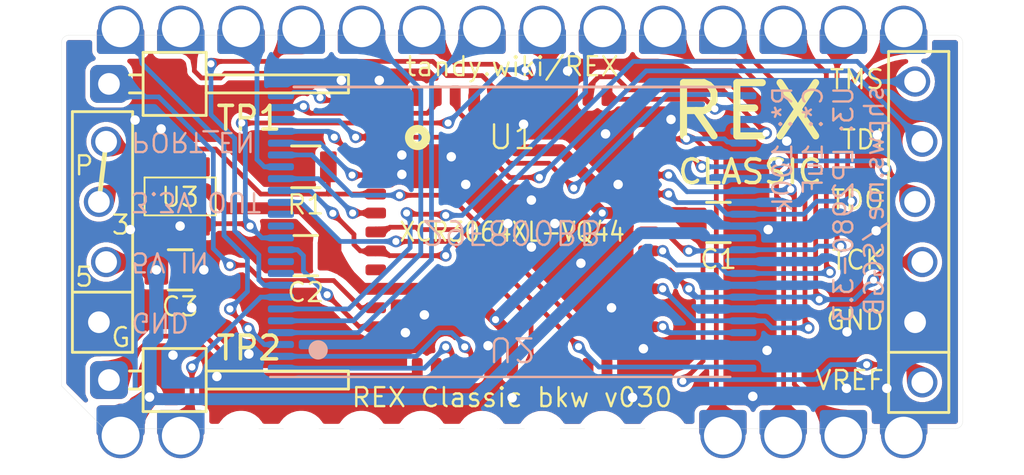
<source format=kicad_pcb>
(kicad_pcb (version 20221018) (generator pcbnew)
  (title_block (title "REX Classic bkw") (date "2023-10-02") (rev "030") (company "Brian K. White - b.kenyon.w@gmail.com") (comment 1 "Original design: Steve Adolph"))
  (layers (0 "F.Cu" signal "Top") (31 "B.Cu" signal "Bottom") (34 "B.Paste" user) (35 "F.Paste" user) (36 "B.SilkS" user "B.Silkscreen") (37 "F.SilkS" user "F.Silkscreen") (38 "B.Mask" user) (39 "F.Mask" user) (44 "Edge.Cuts" user))
  (net 0 "")
  (net 1 "GND")
  (net 2 "+3V3")
  (net 3 "/D1{slash}TDO")
  (net 4 "/D6{slash}TCK")
  (net 5 "/A4{slash}TDI")
  (net 6 "/A19{slash}TMS")
  (net 7 "/A5")
  (net 8 "/A6")
  (net 9 "/A18")
  (net 10 "/A17")
  (net 11 "/A8")
  (net 12 "/A16")
  (net 13 "/A9")
  (net 14 "/A10")
  (net 15 "/A11")
  (net 16 "/A12")
  (net 17 "/A13")
  (net 18 "/A14")
  (net 19 "/A15")
  (net 20 "/RY{slash}~{BY}")
  (net 21 "/PORT_EN")
  (net 22 "/~{WE_FLASH}")
  (net 23 "/D2")
  (net 24 "/D0")
  (net 25 "/D7")
  (net 26 "/D5")
  (net 27 "/D4")
  (net 28 "/D3")
  (net 29 "/A7")
  (net 30 "/A0")
  (net 31 "/~{CE_FLASH}")
  (net 32 "/~{CS_BUS}")
  (net 33 "/~{OE_BUS}")
  (net 34 "+5V")
  (net 35 "/~{OE_FLASH}")
  (net 36 "/A1")
  (net 37 "/A3")
  (net 38 "/A2")
  (net 39 "/TP1")
  (net 40 "/TP2")
  (net 47 "/ALE_BUS")
  (footprint "000_LOCAL:VQFP44" (layer "F.Cu") (at 137.2184 99.187)
    (fp_text reference "U1")
    (fp_text value "XCR3064XL-VQ44" hide)
  )
  (footprint "000_LOCAL:R_0805" (layer "F.Cu") (at 128.5184 96.437 180)
    (fp_text reference "R1")
    (fp_text value "100k")
  )
  (footprint "000_LOCAL:C_0805" (layer "F.Cu") (at 145.9184 98.787)
    (fp_text reference "C1")
    (fp_text value "1uF")
  )
  (footprint "000_LOCAL:1x6_pcb_socket" (layer "F.Cu") (at 154.3634 99.187 90)
    (fp_text reference "J2")
    (fp_text value "JTAG")
  )
  (footprint "000_LOCAL:1x1_pin_h" (layer "F.Cu") (at 120.2184 92.937)
    (fp_text reference "TP1")
    (fp_text value "PINHD-1X1")
  )
  (footprint "000_LOCAL:1x4_pcb_socket" (layer "F.Cu") (at 119.9464 99.187 90)
    (fp_text reference "J3")
    (fp_text value "PRG")
  )
  (footprint "000_LOCAL:SOT-23-5" (layer "F.Cu") (at 123.2184 97.687 90)
    (fp_text reference "U3")
    (fp_text value "LP2980-3.3")
  )
  (footprint "000_LOCAL:1x1_pin_h" (layer "F.Cu") (at 120.2184 105.437)
    (fp_text reference "TP2")
    (fp_text value "PINHD-1X1")
  )
  (footprint "000_LOCAL:C_0805" (layer "F.Cu") (at 123.2184 100.787)
    (fp_text reference "C3")
    (fp_text value "1uF")
  )
  (footprint "000_LOCAL:Molex78802_PCB_28_REX" (layer "F.Cu") (at 137.2184 99.187 90)
    (fp_text reference "J1" hide)
    (fp_text value "Tandy_100_102_200_option_rom" hide)
    (fp_line (start -8.3 18.7) (end -8.3 -17.2) (stroke (width 0.01)) (layer "Edge.Cuts"))
    (fp_line (start -8 19) (end 8 19) (stroke (width 0.01)) (layer "Edge.Cuts"))
    (fp_line (start -6.5 -19) (end -8.3 -17.2) (stroke (width 0.01)) (layer "Edge.Cuts"))
    (fp_line (start 8 -19) (end -6.5 -19) (stroke (width 0.01)) (layer "Edge.Cuts"))
    (fp_line (start 8.3 18.7) (end 8.3 -18.7) (stroke (width 0.01)) (layer "Edge.Cuts"))
    (fp_arc (start -8 19) (mid -8.212132 18.912132) (end -8.3 18.7) (stroke (width 0.01)) (layer "Edge.Cuts"))
    (fp_arc (start 8 -19) (mid 8.212132 -18.912132) (end 8.3 -18.7) (stroke (width 0.01)) (layer "Edge.Cuts"))
    (fp_arc (start 8.3 18.7) (mid 8.212132 18.912132) (end 8 19) (stroke (width 0.01)) (layer "Edge.Cuts"))
  )
  (footprint "000_LOCAL:C_0805" (layer "F.Cu") (at 128.5184 100.187 180)
    (fp_text reference "C2")
    (fp_text value "1uF")
  )
  (footprint "000_LOCAL:TSOP-48" (layer "B.Cu") (at 137.2184 99.187)
    (fp_text reference "U2")
    (fp_text value "29F800BB")
  )
  (gr_line (start 120.0988 95.377) (end 119.794 97.917) (stroke (width 0.2)) (layer "F.SilkS"))
  (gr_text "PORT_EN" (at 121.0894 95.377 180) (layer "B.SilkS") (effects (font (size 0.8 0.8) (thickness 0.1)) (justify left mirror)))
  (gr_text "GND" (at 121.0894 102.997 180) (layer "B.SilkS") (effects (font (size 0.8 0.8) (thickness 0.1)) (justify left mirror)))
  (gr_text "5V IN" (at 121.0894 100.457 180) (layer "B.SilkS") (effects (font (size 0.8 0.8) (thickness 0.1)) (justify left mirror)))
  (gr_text "3.3V OUT" (at 121.0894 97.917 180) (layer "B.SilkS") (effects (font (size 0.8 0.8) (thickness 0.1)) (justify left mirror)))
  (gr_text "R*: ${00000000-0000-0000-0000-00005d099a58:VALUE}\nC*: ${00000000-0000-0000-0000-00005d17005c:VALUE}\nU3: ${00000000-0000-0000-0000-00005e3c09df:VALUE}\nshpws.me/SGGB" (at 150.5534 92.964 90) (layer "B.SilkS") (effects (font (size 0.8 0.8) (thickness 0.1)) (justify left mirror)))
  (gr_text "${TITLE} v${REVISION}" (at 137.2184 106.172) (layer "F.SilkS") (effects (font (size 0.8 0.8) (thickness 0.1))))
  (gr_text "tandy.wiki/REX" (at 137.2184 92.202) (layer "F.SilkS") (effects (font (size 0.8 0.8) (thickness 0.1))))
  (gr_text "TCK" (at 152.9664 100.838) (layer "F.SilkS") (effects (font (size 0.8 0.8) (thickness 0.1)) (justify right bottom)))
  (gr_text "TDO" (at 152.9664 98.298) (layer "F.SilkS") (effects (font (size 0.8 0.8) (thickness 0.1)) (justify right bottom)))
  (gr_text "GND" (at 152.9664 103.378) (layer "F.SilkS") (effects (font (size 0.8 0.8) (thickness 0.1)) (justify right bottom)))
  (gr_text "VREF" (at 152.9664 105.918) (layer "F.SilkS") (effects (font (size 0.8 0.8) (thickness 0.1)) (justify right bottom)))
  (gr_text "TMS" (at 152.9664 93.218) (layer "F.SilkS") (effects (font (size 0.8 0.8) (thickness 0.1)) (justify right bottom)))
  (gr_text "TDI" (at 152.9664 95.758) (layer "F.SilkS") (effects (font (size 0.8 0.8) (thickness 0.1)) (justify right bottom)))
  (gr_text "G" (at 120.7184 103.637) (layer "F.SilkS") (effects (font (size 0.8 0.8) (thickness 0.1))))
  (gr_text "CLASSIC" (at 147.2514 96.647) (layer "F.SilkS") (effects (font (size 1 1))))
  (gr_text "P" (at 119.1684 96.387) (layer "F.SilkS") (effects (font (size 0.8 0.8) (thickness 0.1))))
  (gr_text "REX" (at 147.1244 94.107) (layer "F.SilkS") (effects (font (size 2.25 2.25) (thickness 0.3))))
  (gr_text "5" (at 119.1684 101.087) (layer "F.SilkS") (effects (font (size 0.8 0.8) (thickness 0.1))))
  (gr_text "3" (at 120.7184 98.887) (layer "F.SilkS") (effects (font (size 0.8 0.8) (thickness 0.1))))
  (via (at 152.6184 95.087) (size 0.6) (drill 0.4) (layers "F.Cu" "B.Cu") (net 1))
  (via (at 137.2184 106.187) (size 0.6) (drill 0.4) (layers "F.Cu" "B.Cu") (net 1))
  (via (at 137.701 94.6404) (size 0.6) (drill 0.4) (layers "F.Cu" "B.Cu") (net 1))
  (via (at 121.1184 99.087) (size 0.6) (drill 0.4) (layers "F.Cu" "B.Cu") (net 1))
  (via (at 124.2184 100.787) (size 0.6) (drill 0.4) (layers "F.Cu" "B.Cu") (net 1))
  (via (at 137.0406 98.8314) (size 0.6) (drill 0.4) (layers "F.Cu" "B.Cu") (net 1))
  (via (at 138.0312 97.8408) (size 0.6) (drill 0.4) (layers "F.Cu" "B.Cu") (net 1))
  (via (at 148.0184 99.087) (size 0.6) (drill 0.4) (layers "F.Cu" "B.Cu") (net 1))
  (via (at 126.1184 104.337) (size 0.6) (drill 0.4) (layers "F.Cu" "B.Cu") (net 1))
  (via (at 121.318 94.4626) (size 0.6) (drill 0.4) (layers "F.Cu" "B.Cu") (net 1))
  (via (at 133.5184 102.687) (size 0.6) (drill 0.4) (layers "F.Cu" "B.Cu") (net 1))
  (via (at 151.3408 103.4034) (size 0.6) (drill 0.4) (layers "F.Cu" "B.Cu") (net 1))
  (via (at 142.7556 104.1146) (size 0.6) (drill 0.4) (layers "F.Cu" "B.Cu") (net 1))
  (via (at 124.7684 105.287) (size 0.6) (drill 0.4) (layers "F.Cu" "B.Cu") (net 1))
  (via (at 130.0184 92.787) (size 0.6) (drill 0.4) (layers "F.Cu" "B.Cu") (net 1))
  (via (at 141.6888 97.1804) (size 0.6) (drill 0.4) (layers "F.Cu" "B.Cu") (net 1))
  (via (at 136.2024 103.987) (size 0.6) (drill 0.4) (layers "F.Cu" "B.Cu") (net 1))
  (via (at 134.653 96.012) (size 0.6) (drill 0.4) (layers "F.Cu" "B.Cu") (net 1))
  (via (at 123.7056 102.387) (size 0.6) (drill 0.4) (layers "F.Cu" "B.Cu") (net 1))
  (via (at 135.2626 97.1804) (size 0.6) (drill 0.4) (layers "F.Cu" "B.Cu") (net 1))
  (via (at 141.1584 95.047) (size 0.6) (drill 0.4) (layers "F.Cu" "B.Cu") (net 1))
  (via (at 138.0312 99.822) (size 0.6) (drill 0.4) (layers "F.Cu" "B.Cu") (net 1))
  (via (at 122.4184 94.837) (size 0.6) (drill 0.4) (layers "F.Cu" "B.Cu") (net 1))
  (via (at 123.2184 98.937) (size 0.6) (drill 0.4) (layers "F.Cu" "B.Cu") (net 1))
  (via (at 143.9184 94.4372) (size 0.6) (drill 0.4) (layers "F.Cu" "B.Cu") (net 1))
  (via (at 132.7184 103.437) (size 0.6) (drill 0.4) (layers "F.Cu" "B.Cu") (net 1))
  (via (at 139.5584 92.387) (size 0.6) (drill 0.4) (layers "F.Cu" "B.Cu") (net 1))
  (via (at 132.5684 96.757) (size 0.6) (drill 0.4) (layers "F.Cu" "B.Cu") (net 1))
  (via (at 152.5684 99.137) (size 0.6) (drill 0.4) (layers "F.Cu" "B.Cu") (net 1))
  (via (at 141.4094 102.3874) (size 0.6) (drill 0.4) (layers "F.Cu" "B.Cu") (net 1))
  (via (at 148.7984 95.3516) (size 0.6) (drill 0.4) (layers "F.Cu" "B.Cu") (net 1))
  (via (at 151.3184 105.787) (size 0.6) (drill 0.4) (layers "F.Cu" "B.Cu") (net 1))
  (via (at 153.0184 105.787) (size 0.6) (drill 0.4) (layers "F.Cu" "B.Cu") (net 1))
  (via (at 147.9684 104.187) (size 0.6) (drill 0.4) (layers "F.Cu" "B.Cu") (net 1))
  (via (at 132.5684 95.937) (size 0.6) (drill 0.4) (layers "F.Cu" "B.Cu") (net 1))
  (via (at 147.3684 106.127) (size 0.6) (drill 0.4) (layers "F.Cu" "B.Cu") (net 1))
  (via (at 122.9184 104.387) (size 0.6) (drill 0.4) (layers "F.Cu" "B.Cu") (net 1))
  (via (at 131.6184 92.787) (size 0.6) (drill 0.4) (layers "F.Cu" "B.Cu") (net 1))
  (via (at 139.0218 98.8314) (size 0.6) (drill 0.4) (layers "F.Cu" "B.Cu") (net 1))
  (via (at 142.2984 106.172) (size 0.6) (drill 0.4) (layers "F.Cu" "B.Cu") (net 1))
  (via (at 140.1184 100.507) (size 0.6) (drill 0.4) (layers "F.Cu" "B.Cu") (net 1))
  (segment (start 145.2684 104.637) (end 144.4184 105.487) (width 0.2) (layer "F.Cu") (net 2))
  (segment (start 124.3184 97.387) (end 125.1184 98.187) (width 0.5) (layer "F.Cu") (net 2))
  (segment (start 144.9184 98.787) (end 144.5184 98.387) (width 0.5) (layer "F.Cu") (net 2))
  (segment (start 122.2684 96.437) (end 123.2184 97.387) (width 0.5) (layer "F.Cu") (net 2))
  (segment (start 136.5184 102.887) (end 137.2184 103.587) (width 0.5) (layer "F.Cu") (net 2))
  (segment (start 135.2184 101.587) (end 131.4684 101.587) (width 0.5) (layer "F.Cu") (net 2))
  (segment (start 137.2184 103.587) (end 137.2184 104.937) (width 0.5) (layer "F.Cu") (net 2))
  (segment (start 123.2184 97.387) (end 124.3184 97.387) (width 0.5) (layer "F.Cu") (net 2))
  (segment (start 135.6184 93.987) (end 135.6184 93.437) (width 0.5) (layer "F.Cu") (net 2))
  (segment (start 140.5684 97.937) (end 140.5684 97.037) (width 0.5) (layer "F.Cu") (net 2))
  (segment (start 122.2684 96.437) (end 121.274 96.437) (width 0.2) (layer "F.Cu") (net 2))
  (segment (start 130.9184 101.587) (end 131.4684 101.587) (width 0.5) (layer "F.Cu") (net 2))
  (segment (start 137.3684 95.737) (end 135.6184 93.987) (width 0.5) (layer "F.Cu") (net 2))
  (segment (start 128.3184 98.187) (end 129.3184 99.187) (width 0.5) (layer "F.Cu") (net 2))
  (segment (start 141.0184 98.387) (end 142.9684 98.387) (width 0.5) (layer "F.Cu") (net 2))
  (segment (start 129.3184 99.987) (end 129.5184 100.187) (width 0.5) (layer "F.Cu") (net 2))
  (segment (start 139.2684 95.737) (end 137.3684 95.737) (width 0.5) (layer "F.Cu") (net 2))
  (segment (start 125.1184 98.187) (end 128.3184 98.187) (width 0.5) (layer "F.Cu") (net 2))
  (segment (start 144.9184 98.787) (end 145.2684 99.137) (width 0.2) (layer "F.Cu") (net 2))
  (segment (start 136.5184 102.887) (end 135.2184 101.587) (width 0.5) (layer "F.Cu") (net 2))
  (segment (start 144.5184 98.387) (end 142.9684 98.387) (width 0.5) (layer "F.Cu") (net 2))
  (segment (start 140.5684 97.037) (end 139.2684 95.737) (width 0.5) (layer "F.Cu") (net 2))
  (segment (start 129.3184 99.187) (end 129.3184 99.987) (width 0.5) (layer "F.Cu") (net 2))
  (segment (start 153.7658 104.787) (end 154.5158 105.537) (width 0.2) (layer "F.Cu") (net 2))
  (segment (start 129.5184 100.187) (end 130.9184 101.587) (width 0.5) (layer "F.Cu") (net 2))
  (segment (start 141.0184 98.387) (end 140.5684 97.937) (width 0.5) (layer "F.Cu") (net 2))
  (segment (start 121.274 96.437) (end 119.794 97.917) (width 0.2) (layer "F.Cu") (net 2))
  (segment (start 152.1684 104.787) (end 153.7658 104.787) (width 0.2) (layer "F.Cu") (net 2))
  (segment (start 145.2684 99.137) (end 145.2684 104.637) (width 0.2) (layer "F.Cu") (net 2))
  (via (at 136.5184 102.887) (size 0.5) (drill 0.3) (layers "F.Cu" "B.Cu") (net 2))
  (via (at 144.4184 105.487) (size 0.5) (drill 0.3) (layers "F.Cu" "B.Cu") (net 2))
  (via (at 152.1684 104.787) (size 0.5) (drill 0.3) (layers "F.Cu" "B.Cu") (net 2))
  (via (at 141.0184 98.387) (size 0.5) (drill 0.3) (layers "F.Cu" "B.Cu") (net 2))
  (segment (start 150.6684 104.787) (end 150.0384 105.417) (width 0.2) (layer "B.Cu") (net 2))
  (segment (start 136.5184 102.887) (end 141.0184 98.387) (width 0.5) (layer "B.Cu") (net 2))
  (segment (start 150.0384 105.417) (end 144.4884 105.417) (width 0.2) (layer "B.Cu") (net 2))
  (segment (start 144.4884 105.417) (end 144.4184 105.487) (width 0.2) (layer "B.Cu") (net 2))
  (segment (start 152.1684 104.787) (end 150.6684 104.787) (width 0.2) (layer "B.Cu") (net 2))
  (segment (start 148.6684 97.987) (end 148.6684 107.2515) (width 0.2) (layer "F.Cu") (net 3))
  (segment (start 152.9664 96.52) (end 154.211 97.7646) (width 0.2) (layer "F.Cu") (net 3))
  (segment (start 148.4684 96.237) (end 148.3684 96.337) (width 0.2) (layer "F.Cu") (net 3))
  (segment (start 148.6684 107.2515) (end 148.6484 107.2515) (width 0.2) (layer "F.Cu") (net 3))
  (segment (start 145.2184 96.437) (end 144.7684 95.987) (width 0.2) (layer "F.Cu") (net 3))
  (segment (start 148.3684 97.687) (end 148.6684 97.987) (width 0.2) (layer "F.Cu") (net 3))
  (segment (start 144.7684 95.987) (end 142.9684 95.987) (width 0.2) (layer "F.Cu") (net 3))
  (segment (start 154.211 97.7646) (end 154.211 97.917) (width 0.2) (layer "F.Cu") (net 3))
  (segment (start 148.3684 96.337) (end 148.3684 97.687) (width 0.2) (layer "F.Cu") (net 3))
  (via (at 145.2184 96.437) (size 0.5) (drill 0.3) (layers "F.Cu" "B.Cu") (net 3))
  (via (at 152.9664 96.52) (size 0.5) (drill 0.3) (layers "F.Cu" "B.Cu") (net 3))
  (via (at 148.4684 96.237) (size 0.5) (drill 0.3) (layers "F.Cu" "B.Cu") (net 3))
  (segment (start 148.4684 96.237) (end 148.5184 96.187) (width 0.2) (layer "B.Cu") (net 3))
  (segment (start 148.5184 96.187) (end 152.6334 96.187) (width 0.2) (layer "B.Cu") (net 3))
  (segment (start 152.6334 96.187) (end 152.9664 96.52) (width 0.2) (layer "B.Cu") (net 3))
  (segment (start 145.2184 96.437) (end 146.9684 96.437) (width 0.2) (layer "B.Cu") (net 3))
  (segment (start 148.4684 96.237) (end 148.2684 96.437) (width 0.2) (layer "B.Cu") (net 3))
  (segment (start 148.2684 96.437) (end 146.9684 96.437) (width 0.2) (layer "B.Cu") (net 3))
  (segment (start 150.0184 94.577) (end 146.5639 91.1225) (width 0.2) (layer "F.Cu") (net 4))
  (segment (start 154.5158 100.457) (end 153.2204 100.457) (width 0.2) (layer "F.Cu") (net 4))
  (segment (start 144.6684 101.587) (end 143.8684 100.787) (width 0.2) (layer "F.Cu") (net 4))
  (segment (start 153.2204 100.457) (end 152.4584 101.219) (width 0.2) (layer "F.Cu") (net 4))
  (segment (start 143.8684 100.787) (end 142.9684 100.787) (width 0.2) (layer "F.Cu") (net 4))
  (segment (start 146.5639 91.1225) (end 146.1084 91.1225) (width 0.2) (layer "F.Cu") (net 4))
  (segment (start 150.1684 102.037) (end 150.0184 101.887) (width 0.2) (layer "F.Cu") (net 4))
  (segment (start 150.0184 101.887) (end 150.0184 94.577) (width 0.2) (layer "F.Cu") (net 4))
  (via (at 144.6684 101.587) (size 0.5) (drill 0.3) (layers "F.Cu" "B.Cu") (net 4))
  (via (at 150.1684 102.037) (size 0.5) (drill 0.3) (layers "F.Cu" "B.Cu") (net 4))
  (via (at 152.4584 101.219) (size 0.5) (drill 0.3) (layers "F.Cu" "B.Cu") (net 4))
  (segment (start 151.6404 102.037) (end 152.4584 101.219) (width 0.2) (layer "B.Cu") (net 4))
  (segment (start 150.0684 101.937) (end 146.9684 101.937) (width 0.2) (layer "B.Cu") (net 4))
  (segment (start 144.6684 101.587) (end 145.0184 101.937) (width 0.2) (layer "B.Cu") (net 4))
  (segment (start 145.0184 101.937) (end 146.9684 101.937) (width 0.2) (layer "B.Cu") (net 4))
  (segment (start 150.1684 102.037) (end 150.0684 101.937) (width 0.2) (layer "B.Cu") (net 4))
  (segment (start 150.1684 102.037) (end 151.6404 102.037) (width 0.2) (layer "B.Cu") (net 4))
  (segment (start 137.1184 96.887) (end 138.3684 96.887) (width 0.2) (layer "F.Cu") (net 5))
  (segment (start 131.4684 95.187) (end 135.4184 95.187) (width 0.2) (layer "F.Cu") (net 5))
  (segment (start 131.4684 95.187) (end 130.6184 95.187) (width 0.2) (layer "F.Cu") (net 5))
  (segment (start 135.4184 95.187) (end 137.1184 96.887) (width 0.2) (layer "F.Cu") (net 5))
  (via (at 138.3684 96.887) (size 0.5) (drill 0.3) (layers "F.Cu" "B.Cu") (net 5))
  (via (at 130.6184 95.187) (size 0.5) (drill 0.3) (layers "F.Cu" "B.Cu") (net 5))
  (segment (start 138.3684 96.887) (end 142.8684 92.387) (width 0.2) (layer "B.Cu") (net 5))
  (segment (start 151.5258 92.387) (end 154.5158 95.377) (width 0.2) (layer "B.Cu") (net 5))
  (segment (start 129.9184 94.487) (end 127.5184 94.487) (width 0.2) (layer "B.Cu") (net 5))
  (segment (start 127.5184 94.487) (end 127.4684 94.437) (width 0.2) (layer "B.Cu") (net 5))
  (segment (start 130.6184 95.187) (end 129.9184 94.487) (width 0.2) (layer "B.Cu") (net 5))
  (segment (start 142.8684 92.387) (end 151.5258 92.387) (width 0.2) (layer "B.Cu") (net 5))
  (segment (start 132.0434 100.187) (end 131.9684 100.112) (width 0.2) (layer "F.Cu") (net 6))
  (segment (start 129.6584 98.397) (end 130.5484 99.287) (width 0.2) (layer "F.Cu") (net 6))
  (segment (start 131.5934 100.112) (end 131.4684 99.987) (width 0.2) (layer "F.Cu") (net 6))
  (segment (start 130.5484 99.287) (end 130.5484 99.717) (width 0.2) (layer "F.Cu") (net 6))
  (segment (start 130.5484 99.717) (end 130.8184 99.987) (width 0.2) (layer "F.Cu") (net 6))
  (segment (start 131.9684 100.112) (end 131.5934 100.112) (width 0.2) (layer "F.Cu") (net 6))
  (segment (start 134.4184 100.187) (end 132.0434 100.187) (width 0.2) (layer "F.Cu") (net 6))
  (segment (start 130.8184 99.987) (end 131.4684 99.987) (width 0.2) (layer "F.Cu") (net 6))
  (via (at 134.4184 100.187) (size 0.5) (drill 0.3) (layers "F.Cu" "B.Cu") (net 6))
  (via (at 129.6584 98.397) (size 0.5) (drill 0.3) (layers "F.Cu" "B.Cu") (net 6))
  (segment (start 129.6584 98.397) (end 128.6984 97.437) (width 0.2) (layer "B.Cu") (net 6))
  (segment (start 152.6184 92.837) (end 154.211 92.837) (width 0.2) (layer "B.Cu") (net 6))
  (segment (start 134.4184 100.187) (end 134.4184 99.897) (width 0.2) (layer "B.Cu") (net 6))
  (segment (start 134.4184 99.897) (end 142.3284 91.987) (width 0.2) (layer "B.Cu") (net 6))
  (segment (start 151.7684 91.987) (end 152.6184 92.837) (width 0.2) (layer "B.Cu") (net 6))
  (segment (start 142.3284 91.987) (end 151.7684 91.987) (width 0.2) (layer "B.Cu") (net 6))
  (segment (start 128.6984 97.437) (end 127.4684 97.437) (width 0.2) (layer "B.Cu") (net 6))
  (segment (start 130.5184 95.987) (end 131.4684 95.987) (width 0.2) (layer "F.Cu") (net 7))
  (segment (start 129.7184 95.187) (end 130.5184 95.987) (width 0.2) (layer "F.Cu") (net 7))
  (via (at 129.7184 95.187) (size 0.5) (drill 0.3) (layers "F.Cu" "B.Cu") (net 7))
  (segment (start 129.7184 95.187) (end 129.4684 94.937) (width 0.2) (layer "B.Cu") (net 7))
  (segment (start 129.4684 94.937) (end 127.4684 94.937) (width 0.2) (layer "B.Cu") (net 7))
  (segment (start 130.4684 96.787) (end 131.4684 96.787) (width 0.2) (layer "F.Cu") (net 8))
  (via (at 130.4684 96.787) (size 0.5) (drill 0.3) (layers "F.Cu" "B.Cu") (net 8))
  (segment (start 130.4684 96.787) (end 129.1184 95.437) (width 0.2) (layer "B.Cu") (net 8))
  (segment (start 129.1184 95.437) (end 127.4684 95.437) (width 0.2) (layer "B.Cu") (net 8))
  (segment (start 130.4934 98.387) (end 131.4684 98.387) (width 0.2) (layer "F.Cu") (net 9))
  (via (at 130.4934 98.387) (size 0.5) (drill 0.3) (layers "F.Cu" "B.Cu") (net 9))
  (segment (start 130.4934 98.387) (end 129.0434 96.937) (width 0.2) (layer "B.Cu") (net 9))
  (segment (start 129.0434 96.937) (end 127.4684 96.937) (width 0.2) (layer "B.Cu") (net 9))
  (segment (start 132.0684 98.987) (end 133.1684 98.987) (width 0.2) (layer "F.Cu") (net 10))
  (segment (start 131.5934 99.062) (end 131.9934 99.062) (width 0.2) (layer "F.Cu") (net 10))
  (segment (start 135.0784 99.087) (end 140.0184 104.027) (width 0.2) (layer "F.Cu") (net 10))
  (segment (start 131.4684 99.187) (end 131.5934 99.062) (width 0.2) (layer "F.Cu") (net 10))
  (segment (start 131.9934 99.062) (end 132.0684 98.987) (width 0.2) (layer "F.Cu") (net 10))
  (segment (start 133.2684 99.087) (end 135.0784 99.087) (width 0.2) (layer "F.Cu") (net 10))
  (segment (start 133.1684 98.987) (end 133.2684 99.087) (width 0.2) (layer "F.Cu") (net 10))
  (via (at 140.0184 104.027) (size 0.5) (drill 0.3) (layers "F.Cu" "B.Cu") (net 10))
  (segment (start 140.8784 104.887) (end 140.0184 104.027) (width 0.2) (layer "B.Cu") (net 10))
  (segment (start 146.9684 104.937) (end 146.9184 104.887) (width 0.2) (layer "B.Cu") (net 10))
  (segment (start 146.9184 104.887) (end 140.8784 104.887) (width 0.2) (layer "B.Cu") (net 10))
  (segment (start 126.7684 96.437) (end 127.4684 96.437) (width 0.2) (layer "B.Cu") (net 11))
  (segment (start 125.7884 91.1225) (end 126.3241 91.1225) (width 0.2) (layer "B.Cu") (net 11))
  (segment (start 126.4584 96.127) (end 126.7684 96.437) (width 0.2) (layer "B.Cu") (net 11))
  (segment (start 125.7884 90.6318) (end 125.7884 91.1225) (width 0.2) (layer "B.Cu") (net 11))
  (segment (start 126.4584 91.2568) (end 126.4584 96.127) (width 0.2) (layer "B.Cu") (net 11))
  (segment (start 126.3241 91.1225) (end 126.4584 91.2568) (width 0.2) (layer "B.Cu") (net 11))
  (segment (start 134.4184 104.037) (end 134.6884 104.307) (width 0.2) (layer "F.Cu") (net 12))
  (segment (start 134.6884 104.807) (end 134.8184 104.937) (width 0.2) (layer "F.Cu") (net 12))
  (segment (start 134.6884 104.307) (end 134.6884 104.807) (width 0.2) (layer "F.Cu") (net 12))
  (via (at 134.4184 104.037) (size 0.5) (drill 0.3) (layers "F.Cu" "B.Cu") (net 12))
  (segment (start 134.4184 104.037) (end 133.5184 104.937) (width 0.2) (layer "B.Cu") (net 12))
  (segment (start 133.5184 104.937) (end 127.4684 104.937) (width 0.2) (layer "B.Cu") (net 12))
  (segment (start 127.8829 91.1225) (end 128.3284 91.1225) (width 0.2) (layer "F.Cu") (net 13))
  (segment (start 124.6184 91.987) (end 127.0184 91.987) (width 0.2) (layer "F.Cu") (net 13))
  (segment (start 127.0184 91.987) (end 127.8829 91.1225) (width 0.2) (layer "F.Cu") (net 13))
  (segment (start 124.5184 92.087) (end 124.6184 91.987) (width 0.2) (layer "F.Cu") (net 13))
  (via (at 124.5184 92.087) (size 0.5) (drill 0.3) (layers "F.Cu" "B.Cu") (net 13))
  (segment (start 124.5184 92.087) (end 124.5184 94.237) (width 0.2) (layer "B.Cu") (net 13))
  (segment (start 125.5184 99.137) (end 126.5384 100.157) (width 0.2) (layer "B.Cu") (net 13))
  (segment (start 125.5184 95.237) (end 125.5184 99.137) (width 0.2) (layer "B.Cu") (net 13))
  (segment (start 126.5384 101.207) (end 126.7684 101.437) (width 0.2) (layer "B.Cu") (net 13))
  (segment (start 126.7684 101.437) (end 127.4684 101.437) (width 0.2) (layer "B.Cu") (net 13))
  (segment (start 124.5184 94.237) (end 125.5184 95.237) (width 0.2) (layer "B.Cu") (net 13))
  (segment (start 126.5384 100.157) (end 126.5384 101.207) (width 0.2) (layer "B.Cu") (net 13))
  (segment (start 123.7184 106.7815) (end 123.2484 107.2515) (width 0.2) (layer "F.Cu") (net 14))
  (segment (start 123.7184 104.887) (end 123.7184 106.7815) (width 0.2) (layer "F.Cu") (net 14))
  (via (at 123.7184 104.887) (size 0.5) (drill 0.3) (layers "F.Cu" "B.Cu") (net 14))
  (segment (start 126.6184 101.937) (end 127.4684 101.937) (width 0.2) (layer "B.Cu") (net 14))
  (segment (start 123.7184 104.837) (end 126.6184 101.937) (width 0.2) (layer "B.Cu") (net 14))
  (segment (start 123.7184 104.887) (end 123.7184 104.837) (width 0.2) (layer "B.Cu") (net 14))
  (segment (start 134.3684 98.437) (end 132.8184 98.437) (width 0.2) (layer "F.Cu") (net 15))
  (segment (start 134.4184 98.487) (end 134.3684 98.437) (width 0.2) (layer "F.Cu") (net 15))
  (segment (start 132.8184 98.437) (end 132.7684 98.387) (width 0.2) (layer "F.Cu") (net 15))
  (via (at 134.4184 98.487) (size 0.5) (drill 0.3) (layers "F.Cu" "B.Cu") (net 15))
  (via (at 132.7684 98.387) (size 0.5) (drill 0.3) (layers "F.Cu" "B.Cu") (net 15))
  (segment (start 135.1084 98.487) (end 140.3184 93.277) (width 0.2) (layer "B.Cu") (net 15))
  (segment (start 132.9184 98.537) (end 132.9184 99.847) (width 0.2) (layer "B.Cu") (net 15))
  (segment (start 140.3184 93.277) (end 140.3184 91.1225) (width 0.2) (layer "B.Cu") (net 15))
  (segment (start 134.4184 98.487) (end 135.1084 98.487) (width 0.2) (layer "B.Cu") (net 15))
  (segment (start 140.3184 91.1225) (end 141.0284 91.1225) (width 0.2) (layer "B.Cu") (net 15))
  (segment (start 132.7684 98.387) (end 132.9184 98.537) (width 0.2) (layer "B.Cu") (net 15))
  (segment (start 132.9184 99.847) (end 130.3284 102.437) (width 0.2) (layer "B.Cu") (net 15))
  (segment (start 130.3284 102.437) (end 127.4684 102.437) (width 0.2) (layer "B.Cu") (net 15))
  (segment (start 127.4684 102.937) (end 130.5284 102.937) (width 0.2) (layer "B.Cu") (net 16))
  (segment (start 133.3684 100.097) (end 133.3684 93.167) (width 0.2) (layer "B.Cu") (net 16))
  (segment (start 130.5284 102.937) (end 133.3684 100.097) (width 0.2) (layer "B.Cu") (net 16))
  (segment (start 131.3239 91.1225) (end 130.8684 91.1225) (width 0.2) (layer "B.Cu") (net 16))
  (segment (start 133.3684 93.167) (end 131.3239 91.1225) (width 0.2) (layer "B.Cu") (net 16))
  (segment (start 127.4684 103.437) (end 130.7284 103.437) (width 0.2) (layer "B.Cu") (net 17))
  (segment (start 130.7284 103.437) (end 133.8184 100.347) (width 0.2) (layer "B.Cu") (net 17))
  (segment (start 133.8184 100.347) (end 133.8184 92.807) (width 0.2) (layer "B.Cu") (net 17))
  (segment (start 135.5029 91.1225) (end 135.9484 91.1225) (width 0.2) (layer "B.Cu") (net 17))
  (segment (start 133.8184 92.807) (end 135.5029 91.1225) (width 0.2) (layer "B.Cu") (net 17))
  (segment (start 125.3184 102.487) (end 125.3184 102.437) (width 0.2) (layer "F.Cu") (net 18))
  (segment (start 126.0934 103.262) (end 125.3184 102.487) (width 0.2) (layer "F.Cu") (net 18))
  (via (at 125.3184 102.437) (size 0.5) (drill 0.3) (layers "F.Cu" "B.Cu") (net 18))
  (via (at 126.0934 103.262) (size 0.5) (drill 0.3) (layers "F.Cu" "B.Cu") (net 18))
  (segment (start 126.7684 103.937) (end 127.4684 103.937) (width 0.2) (layer "B.Cu") (net 18))
  (segment (start 125.0684 99.337) (end 125.0684 95.537) (width 0.2) (layer "B.Cu") (net 18))
  (segment (start 125.0684 95.537) (end 121.6184 92.087) (width 0.2) (layer "B.Cu") (net 18))
  (segment (start 126.0584 100.327) (end 125.0684 99.337) (width 0.2) (layer "B.Cu") (net 18))
  (segment (start 126.0584 101.697) (end 126.0584 100.327) (width 0.2) (layer "B.Cu") (net 18))
  (segment (start 121.6184 91.58475) (end 121.15615 91.1225) (width 0.2) (layer "B.Cu") (net 18))
  (segment (start 125.3184 102.437) (end 126.0584 101.697) (width 0.2) (layer "B.Cu") (net 18))
  (segment (start 121.15615 91.1225) (end 120.7084 91.1225) (width 0.2) (layer "B.Cu") (net 18))
  (segment (start 121.6184 92.087) (end 121.6184 91.58475) (width 0.2) (layer "B.Cu") (net 18))
  (segment (start 126.0934 103.262) (end 126.7684 103.937) (width 0.2) (layer "B.Cu") (net 18))
  (segment (start 135.4884 104.807) (end 135.6184 104.937) (width 0.2) (layer "F.Cu") (net 19))
  (segment (start 135.4884 104.307) (end 135.4884 104.807) (width 0.2) (layer "F.Cu") (net 19))
  (segment (start 135.2184 104.037) (end 135.4884 104.307) (width 0.2) (layer "F.Cu") (net 19))
  (via (at 135.2184 104.037) (size 0.5) (drill 0.3) (layers "F.Cu" "B.Cu") (net 19))
  (segment (start 134.6684 103.437) (end 134.1784 103.437) (width 0.2) (layer "B.Cu") (net 19))
  (segment (start 135.2184 104.037) (end 135.2184 103.987) (width 0.2) (layer "B.Cu") (net 19))
  (segment (start 133.1784 104.437) (end 127.4684 104.437) (width 0.2) (layer "B.Cu") (net 19))
  (segment (start 135.2184 103.987) (end 134.6684 103.437) (width 0.2) (layer "B.Cu") (net 19))
  (segment (start 134.1784 103.437) (end 133.1784 104.437) (width 0.2) (layer "B.Cu") (net 19))
  (segment (start 132.3184 99.587) (end 134.7234 99.587) (width 0.2) (layer "F.Cu") (net 20))
  (segment (start 134.7234 99.587) (end 138.0184 102.882) (width 0.2) (layer "F.Cu") (net 20))
  (segment (start 138.0184 102.882) (end 138.0184 104.937) (width 0.2) (layer "F.Cu") (net 20))
  (via (at 132.3184 99.587) (size 0.5) (drill 0.3) (layers "F.Cu" "B.Cu") (net 20))
  (segment (start 129.9684 99.587) (end 128.3184 97.937) (width 0.2) (layer "B.Cu") (net 20))
  (segment (start 132.3184 99.587) (end 129.9684 99.587) (width 0.2) (layer "B.Cu") (net 20))
  (segment (start 128.3184 97.937) (end 127.4684 97.937) (width 0.2) (layer "B.Cu") (net 20))
  (segment (start 126.6184 97.587) (end 129.4684 97.587) (width 0.2) (layer "F.Cu") (net 21))
  (segment (start 120.4088 95.687) (end 124.7184 95.687) (width 0.2) (layer "F.Cu") (net 21))
  (segment (start 129.4684 97.587) (end 131.4684 97.587) (width 0.2) (layer "F.Cu") (net 21))
  (segment (start 129.4684 97.587) (end 129.4684 97.337) (width 0.2) (layer "F.Cu") (net 21))
  (segment (start 120.0988 95.377) (end 120.4088 95.687) (width 0.2) (layer "F.Cu") (net 21))
  (segment (start 124.7184 95.687) (end 126.6184 97.587) (width 0.2) (layer "F.Cu") (net 21))
  (segment (start 129.4684 97.337) (end 129.4684 96.437) (width 0.2) (layer "F.Cu") (net 21))
  (segment (start 129.4184 101.837) (end 130.7684 103.187) (width 0.2) (layer "F.Cu") (net 22))
  (segment (start 130.7684 103.187) (end 131.4684 103.187) (width 0.2) (layer "F.Cu") (net 22))
  (via (at 129.4184 101.837) (size 0.5) (drill 0.3) (layers "F.Cu" "B.Cu") (net 22))
  (segment (start 128.4184 100.837) (end 128.4184 100.187) (width 0.2) (layer "B.Cu") (net 22))
  (segment (start 128.4184 100.187) (end 128.1684 99.937) (width 0.2) (layer "B.Cu") (net 22))
  (segment (start 128.1684 99.937) (end 127.4684 99.937) (width 0.2) (layer "B.Cu") (net 22))
  (segment (start 129.4184 101.837) (end 128.4184 100.837) (width 0.2) (layer "B.Cu") (net 22))
  (segment (start 148.9684 97.387) (end 149.1184 97.537) (width 0.2) (layer "F.Cu") (net 23))
  (segment (start 149.1184 105.617) (end 150.7529 107.2515) (width 0.2) (layer "F.Cu") (net 23))
  (segment (start 149.1184 97.537) (end 149.1184 105.617) (width 0.2) (layer "F.Cu") (net 23))
  (segment (start 150.7529 107.2515) (end 151.1884 107.2515) (width 0.2) (layer "F.Cu") (net 23))
  (segment (start 143.8184 96.787) (end 142.9684 96.787) (width 0.2) (layer "F.Cu") (net 23))
  (via (at 143.8184 96.787) (size 0.5) (drill 0.3) (layers "F.Cu" "B.Cu") (net 23))
  (via (at 148.9684 97.387) (size 0.5) (drill 0.3) (layers "F.Cu" "B.Cu") (net 23))
  (segment (start 148.9184 97.437) (end 146.9684 97.437) (width 0.2) (layer "B.Cu") (net 23))
  (segment (start 146.9184 97.487) (end 146.9684 97.437) (width 0.2) (layer "B.Cu") (net 23))
  (segment (start 144.5934 97.487) (end 146.9184 97.487) (width 0.2) (layer "B.Cu") (net 23))
  (segment (start 143.8934 96.787) (end 144.5934 97.487) (width 0.2) (layer "B.Cu") (net 23))
  (segment (start 148.9684 97.387) (end 148.9184 97.437) (width 0.2) (layer "B.Cu") (net 23))
  (segment (start 143.8184 96.787) (end 143.8934 96.787) (width 0.2) (layer "B.Cu") (net 23))
  (segment (start 144.5684 95.257) (end 144.9384 95.257) (width 0.2) (layer "F.Cu") (net 24))
  (segment (start 144.9384 95.257) (end 145.8284 96.147) (width 0.2) (layer "F.Cu") (net 24))
  (segment (start 143.0384 95.257) (end 142.9684 95.187) (width 0.2) (layer "F.Cu") (net 24))
  (segment (start 145.8284 106.9715) (end 146.1084 107.2515) (width 0.2) (layer "F.Cu") (net 24))
  (segment (start 145.8284 96.147) (end 145.8284 106.9715) (width 0.2) (layer "F.Cu") (net 24))
  (segment (start 144.5684 95.257) (end 143.0384 95.257) (width 0.2) (layer "F.Cu") (net 24))
  (via (at 144.5684 95.257) (size 0.5) (drill 0.3) (layers "F.Cu" "B.Cu") (net 24))
  (segment (start 146.1684 95.257) (end 146.2984 95.387) (width 0.2) (layer "B.Cu") (net 24))
  (segment (start 146.2984 95.387) (end 146.9184 95.387) (width 0.2) (layer "B.Cu") (net 24))
  (segment (start 144.5684 95.257) (end 146.1684 95.257) (width 0.2) (layer "B.Cu") (net 24))
  (segment (start 146.9184 95.387) (end 146.9684 95.437) (width 0.2) (layer "B.Cu") (net 24))
  (segment (start 149.5684 94.887) (end 146.6584 91.977) (width 0.2) (layer "F.Cu") (net 25))
  (segment (start 144.0239 91.1225) (end 143.5684 91.1225) (width 0.2) (layer "F.Cu") (net 25))
  (segment (start 143.5684 101.587) (end 142.9684 101.587) (width 0.2) (layer "F.Cu") (net 25))
  (segment (start 144.8784 91.977) (end 144.0239 91.1225) (width 0.2) (layer "F.Cu") (net 25))
  (segment (start 149.7184 103.237) (end 149.5684 103.087) (width 0.2) (layer "F.Cu") (net 25))
  (segment (start 146.6584 91.977) (end 144.8784 91.977) (width 0.2) (layer "F.Cu") (net 25))
  (segment (start 149.5684 103.087) (end 149.5684 94.887) (width 0.2) (layer "F.Cu") (net 25))
  (via (at 149.7184 103.237) (size 0.5) (drill 0.3) (layers "F.Cu" "B.Cu") (net 25))
  (via (at 143.5684 101.587) (size 0.5) (drill 0.3) (layers "F.Cu" "B.Cu") (net 25))
  (segment (start 149.7184 103.237) (end 148.1684 103.237) (width 0.2) (layer "B.Cu") (net 25))
  (segment (start 148.1684 103.237) (end 147.8684 102.937) (width 0.2) (layer "B.Cu") (net 25))
  (segment (start 144.9184 102.937) (end 146.9684 102.937) (width 0.2) (layer "B.Cu") (net 25))
  (segment (start 147.8684 102.937) (end 146.9684 102.937) (width 0.2) (layer "B.Cu") (net 25))
  (segment (start 143.5684 101.587) (end 144.9184 102.937) (width 0.2) (layer "B.Cu") (net 25))
  (segment (start 150.4684 100.737) (end 150.4684 92.487) (width 0.2) (layer "F.Cu") (net 26))
  (segment (start 149.1039 91.1225) (end 148.6484 91.1225) (width 0.2) (layer "F.Cu") (net 26))
  (segment (start 143.5684 99.987) (end 142.9684 99.987) (width 0.2) (layer "F.Cu") (net 26))
  (segment (start 150.6184 100.887) (end 150.4684 100.737) (width 0.2) (layer "F.Cu") (net 26))
  (segment (start 150.4684 92.487) (end 149.1039 91.1225) (width 0.2) (layer "F.Cu") (net 26))
  (via (at 143.5684 99.987) (size 0.5) (drill 0.3) (layers "F.Cu" "B.Cu") (net 26))
  (via (at 150.6184 100.887) (size 0.5) (drill 0.3) (layers "F.Cu" "B.Cu") (net 26))
  (segment (start 145.9184 100.587) (end 146.2684 100.937) (width 0.2) (layer "B.Cu") (net 26))
  (segment (start 143.5684 99.987) (end 144.1684 100.587) (width 0.2) (layer "B.Cu") (net 26))
  (segment (start 144.1684 100.587) (end 145.9184 100.587) (width 0.2) (layer "B.Cu") (net 26))
  (segment (start 146.2684 100.937) (end 146.9684 100.937) (width 0.2) (layer "B.Cu") (net 26))
  (segment (start 150.6184 100.887) (end 150.5684 100.937) (width 0.2) (layer "B.Cu") (net 26))
  (segment (start 150.5684 100.937) (end 146.9684 100.937) (width 0.2) (layer "B.Cu") (net 26))
  (segment (start 151.0684 99.787) (end 150.9184 99.637) (width 0.2) (layer "F.Cu") (net 27))
  (segment (start 143.0984 99.317) (end 142.9684 99.187) (width 0.2) (layer "F.Cu") (net 27))
  (segment (start 144.6684 99.987) (end 144.4684 99.987) (width 0.2) (layer "F.Cu") (net 27))
  (segment (start 143.7984 99.317) (end 143.0984 99.317) (width 0.2) (layer "F.Cu") (net 27))
  (segment (start 150.9184 99.637) (end 150.9184 91.3925) (width 0.2) (layer "F.Cu") (net 27))
  (segment (start 144.4684 99.987) (end 143.7984 99.317) (width 0.2) (layer "F.Cu") (net 27))
  (segment (start 150.9184 91.3925) (end 151.1884 91.1225) (width 0.2) (layer "F.Cu") (net 27))
  (via (at 151.0684 99.787) (size 0.5) (drill 0.3) (layers "F.Cu" "B.Cu") (net 27))
  (via (at 144.6684 99.987) (size 0.5) (drill 0.3) (layers "F.Cu" "B.Cu") (net 27))
  (segment (start 150.1184 99.787) (end 149.9684 99.937) (width 0.2) (layer "B.Cu") (net 27))
  (segment (start 146.9184 99.987) (end 146.9684 99.937) (width 0.2) (layer "B.Cu") (net 27))
  (segment (start 149.9684 99.937) (end 146.9684 99.937) (width 0.2) (layer "B.Cu") (net 27))
  (segment (start 151.0684 99.787) (end 150.1184 99.787) (width 0.2) (layer "B.Cu") (net 27))
  (segment (start 144.6684 99.987) (end 146.9184 99.987) (width 0.2) (layer "B.Cu") (net 27))
  (segment (start 151.5184 97.887) (end 151.3684 97.737) (width 0.2) (layer "F.Cu") (net 28))
  (segment (start 151.3684 93.037) (end 153.2829 91.1225) (width 0.2) (layer "F.Cu") (net 28))
  (segment (start 153.2829 91.1225) (end 153.7284 91.1225) (width 0.2) (layer "F.Cu") (net 28))
  (segment (start 143.8184 97.587) (end 142.9684 97.587) (width 0.2) (layer "F.Cu") (net 28))
  (segment (start 151.3684 97.737) (end 151.3684 93.037) (width 0.2) (layer "F.Cu") (net 28))
  (via (at 143.8184 97.587) (size 0.5) (drill 0.3) (layers "F.Cu" "B.Cu") (net 28))
  (via (at 151.5184 97.887) (size 0.5) (drill 0.3) (layers "F.Cu" "B.Cu") (net 28))
  (segment (start 143.8184 97.587) (end 144.1784 97.947) (width 0.2) (layer "B.Cu") (net 28))
  (segment (start 146.2684 98.437) (end 146.9684 98.437) (width 0.2) (layer "B.Cu") (net 28))
  (segment (start 144.1784 97.947) (end 145.7784 97.947) (width 0.2) (layer "B.Cu") (net 28))
  (segment (start 145.7784 97.947) (end 146.2684 98.437) (width 0.2) (layer "B.Cu") (net 28))
  (segment (start 149.5184 98.437) (end 146.9684 98.437) (width 0.2) (layer "B.Cu") (net 28))
  (segment (start 150.0684 97.887) (end 149.5184 98.437) (width 0.2) (layer "B.Cu") (net 28))
  (segment (start 151.5184 97.887) (end 150.0684 97.887) (width 0.2) (layer "B.Cu") (net 28))
  (segment (start 132.4684 97.637) (end 134.5484 97.637) (width 0.2) (layer "F.Cu") (net 29))
  (segment (start 141.0884 104.177) (end 141.0884 104.807) (width 0.2) (layer "F.Cu") (net 29))
  (segment (start 134.5484 97.637) (end 141.0884 104.177) (width 0.2) (layer "F.Cu") (net 29))
  (segment (start 141.0884 104.807) (end 141.2184 104.937) (width 0.2) (layer "F.Cu") (net 29))
  (via (at 132.4684 97.637) (size 0.5) (drill 0.3) (layers "F.Cu" "B.Cu") (net 29))
  (segment (start 128.7684 95.937) (end 127.4684 95.937) (width 0.2) (layer "B.Cu") (net 29))
  (segment (start 132.4684 97.637) (end 130.4684 97.637) (width 0.2) (layer "B.Cu") (net 29))
  (segment (start 130.4684 97.637) (end 128.7684 95.937) (width 0.2) (layer "B.Cu") (net 29))
  (segment (start 143.5684 103.187) (end 142.9684 103.187) (width 0.2) (layer "F.Cu") (net 30))
  (via (at 143.5684 103.187) (size 0.5) (drill 0.3) (layers "F.Cu" "B.Cu") (net 30))
  (segment (start 143.5684 103.187) (end 143.8184 103.437) (width 0.2) (layer "B.Cu") (net 30))
  (segment (start 143.8184 103.437) (end 146.9684 103.437) (width 0.2) (layer "B.Cu") (net 30))
  (segment (start 141.2184 93.587) (end 141.2184 93.437) (width 0.2) (layer "F.Cu") (net 31))
  (segment (start 145.7684 93.987) (end 145.3684 93.587) (width 0.2) (layer "F.Cu") (net 31))
  (segment (start 145.3684 93.587) (end 141.2184 93.587) (width 0.2) (layer "F.Cu") (net 31))
  (via (at 145.7684 93.987) (size 0.5) (drill 0.3) (layers "F.Cu" "B.Cu") (net 31))
  (segment (start 145.8184 93.937) (end 146.9684 93.937) (width 0.2) (layer "B.Cu") (net 31))
  (segment (start 145.7684 93.987) (end 145.8184 93.937) (width 0.2) (layer "B.Cu") (net 31))
  (segment (start 125.1184 92.487) (end 124.9184 92.687) (width 0.2) (layer "F.Cu") (net 32))
  (segment (start 124.9184 92.687) (end 124.1184 92.687) (width 0.2) (layer "F.Cu") (net 32))
  (segment (start 136.2884 93.307) (end 136.2884 92.927) (width 0.2) (layer "F.Cu") (net 32))
  (segment (start 123.8184 91.1225) (end 123.2484 91.1225) (width 0.2) (layer "F.Cu") (net 32))
  (segment (start 136.2884 92.927) (end 135.9484 92.587) (width 0.2) (layer "F.Cu") (net 32))
  (segment (start 127.6684 91.987) (end 127.1684 92.487) (width 0.2) (layer "F.Cu") (net 32))
  (segment (start 136.4184 93.437) (end 136.2884 93.307) (width 0.2) (layer "F.Cu") (net 32))
  (segment (start 127.1684 92.487) (end 125.1184 92.487) (width 0.2) (layer "F.Cu") (net 32))
  (segment (start 135.9484 92.587) (end 134.4684 92.587) (width 0.2) (layer "F.Cu") (net 32))
  (segment (start 124.1184 92.687) (end 123.8184 92.387) (width 0.2) (layer "F.Cu") (net 32))
  (segment (start 133.8684 91.987) (end 127.6684 91.987) (width 0.2) (layer "F.Cu") (net 32))
  (segment (start 134.4684 92.587) (end 133.8684 91.987) (width 0.2) (layer "F.Cu") (net 32))
  (segment (start 123.8184 92.387) (end 123.8184 91.1225) (width 0.2) (layer "F.Cu") (net 32))
  (segment (start 138.8184 91.4525) (end 138.4884 91.1225) (width 0.2) (layer "F.Cu") (net 33))
  (segment (start 138.8184 93.437) (end 138.8184 91.4525) (width 0.2) (layer "F.Cu") (net 33))
  (segment (start 122.5184 97.987) (end 123.9184 97.987) (width 0.2) (layer "F.Cu") (net 34))
  (segment (start 137.7684 92.337) (end 138.0184 92.587) (width 0.2) (layer "F.Cu") (net 34))
  (segment (start 121.8884 100.457) (end 120.0988 100.457) (width 0.5) (layer "F.Cu") (net 34))
  (segment (start 122.2184 100.787) (end 121.8884 100.457) (width 0.5) (layer "F.Cu") (net 34))
  (segment (start 126.0684 98.837) (end 124.2684 98.837) (width 0.2) (layer "F.Cu") (net 34))
  (segment (start 122.2184 100.787) (end 122.2684 100.737) (width 0.6) (layer "F.Cu") (net 34))
  (segment (start 124.1684 98.237) (end 124.1684 98.937) (width 0.2) (layer "F.Cu") (net 34))
  (segment (start 125.8184 94.587) (end 134.5184 94.587) (width 0.2) (layer "F.Cu") (net 34))
  (segment (start 120.9228 107.1626) (end 120.7084 107.1626) (width 0.6) (layer "F.Cu") (net 34))
  (segment (start 122.2684 98.937) (end 122.2684 98.237) (width 0.2) (layer "F.Cu") (net 34))
  (segment (start 138.0184 92.587) (end 138.0184 93.437) (width 0.2) (layer "F.Cu") (net 34))
  (segment (start 123.9184 97.987) (end 124.1684 98.237) (width 0.2) (layer "F.Cu") (net 34))
  (segment (start 122.2684 98.237) (end 122.5184 97.987) (width 0.2) (layer "F.Cu") (net 34))
  (segment (start 124.2684 98.837) (end 124.1684 98.937) (width 0.2) (layer "F.Cu") (net 34))
  (segment (start 121.9284 106.157) (end 120.9228 107.1626) (width 0.8) (layer "F.Cu") (net 34))
  (segment (start 126.1684 98.937) (end 126.0684 98.837) (width 0.2) (layer "F.Cu") (net 34))
  (segment (start 122.2684 100.737) (end 122.2684 98.937) (width 0.6) (layer "F.Cu") (net 34))
  (via (at 121.9284 106.157) (size 0.6) (drill 0.4) (layers "F.Cu" "B.Cu") (net 34))
  (via (at 126.1684 98.937) (size 0.5) (drill 0.3) (layers "F.Cu" "B.Cu") (net 34))
  (via (at 122.2184 100.787) (size 0.8) (drill 0.4) (layers "F.Cu" "B.Cu") (net 34))
  (via (at 125.8184 94.587) (size 0.5) (drill 0.3) (layers "F.Cu" "B.Cu") (net 34))
  (via (at 137.7684 92.337) (size 0.5) (drill 0.3) (layers "F.Cu" "B.Cu") (net 34))
  (via (at 134.5184 94.587) (size 0.5) (drill 0.3) (layers "F.Cu" "B.Cu") (net 34))
  (segment (start 145.3184 99.337) (end 145.2184 99.237) (width 0.5) (layer "B.Cu") (net 34))
  (segment (start 132.1184 106.247) (end 122.0184 106.247) (width 0.5) (layer "B.Cu") (net 34))
  (segment (start 121.9284 103.877) (end 121.9284 106.157) (width 0.6) (layer "B.Cu") (net 34))
  (segment (start 121.9284 106.157) (end 120.9228 107.1626) (width 0.8) (layer "B.Cu") (net 34))
  (segment (start 125.9684 98.737) (end 125.9684 94.737) (width 0.2) (layer "B.Cu") (net 34))
  (segment (start 125.9684 94.737) (end 125.8184 94.587) (width 0.2) (layer "B.Cu") (net 34))
  (segment (start 145.2184 99.237) (end 142.6184 99.237) (width 0.5) (layer "B.Cu") (net 34))
  (segment (start 135.6084 106.247) (end 132.1184 106.247) (width 0.5) (layer "B.Cu") (net 34))
  (segment (start 126.6684 99.437) (end 127.4684 99.437) (width 0.2) (layer "B.Cu") (net 34))
  (segment (start 122.0184 106.247) (end 121.9284 106.157) (width 0.5) (layer "B.Cu") (net 34))
  (segment (start 126.1684 98.937) (end 125.9684 98.737) (width 0.2) (layer "B.Cu") (net 34))
  (segment (start 142.6184 99.237) (end 135.6084 106.247) (width 0.5) (layer "B.Cu") (net 34))
  (segment (start 145.4184 99.437) (end 146.9684 99.437) (width 0.3) (layer "B.Cu") (net 34))
  (segment (start 137.7684 92.337) (end 136.7684 92.337) (width 0.2) (layer "B.Cu") (net 34))
  (segment (start 136.7684 92.337) (end 134.5184 94.587) (width 0.2) (layer "B.Cu") (net 34))
  (segment (start 126.1684 98.937) (end 126.6684 99.437) (width 0.2) (layer "B.Cu") (net 34))
  (segment (start 122.2184 100.787) (end 122.2184 103.587) (width 0.6) (layer "B.Cu") (net 34))
  (segment (start 120.9228 107.1626) (end 120.7084 107.1626) (width 0.6) (layer "B.Cu") (net 34))
  (segment (start 145.3184 99.337) (end 145.4184 99.437) (width 0.3) (layer "B.Cu") (net 34))
  (segment (start 122.2184 103.587) (end 121.9284 103.877) (width 0.6) (layer "B.Cu") (net 34))
  (segment (start 140.5484 92.957) (end 140.5484 93.307) (width 0.2) (layer "F.Cu") (net 35))
  (segment (start 146.0984 93.187) (end 142.1184 93.187) (width 0.2) (layer "F.Cu") (net 35))
  (segment (start 140.8684 92.637) (end 140.5484 92.957) (width 0.2) (layer "F.Cu") (net 35))
  (segment (start 147.9284 95.017) (end 146.0984 93.187) (width 0.2) (layer "F.Cu") (net 35))
  (segment (start 140.5484 93.307) (end 140.4184 93.437) (width 0.2) (layer "F.Cu") (net 35))
  (segment (start 142.1184 93.187) (end 141.5684 92.637) (width 0.2) (layer "F.Cu") (net 35))
  (segment (start 141.5684 92.637) (end 140.8684 92.637) (width 0.2) (layer "F.Cu") (net 35))
  (via (at 147.9284 95.017) (size 0.5) (drill 0.3) (layers "F.Cu" "B.Cu") (net 35))
  (segment (start 147.9284 95.017) (end 147.8984 94.987) (width 0.2) (layer "B.Cu") (net 35))
  (segment (start 147.0184 94.987) (end 146.9684 94.937) (width 0.2) (layer "B.Cu") (net 35))
  (segment (start 147.8984 94.987) (end 147.0184 94.987) (width 0.2) (layer "B.Cu") (net 35))
  (segment (start 134.9434 93.562) (end 134.8184 93.437) (width 0.2) (layer "F.Cu") (net 36))
  (segment (start 139.8184 97.337) (end 138.7684 96.287) (width 0.2) (layer "F.Cu") (net 36))
  (segment (start 138.7684 96.287) (end 137.1184 96.287) (width 0.2) (layer "F.Cu") (net 36))
  (segment (start 134.9434 94.112) (end 134.9434 93.562) (width 0.2) (layer "F.Cu") (net 36))
  (segment (start 137.1184 96.287) (end 134.9434 94.112) (width 0.2) (layer "F.Cu") (net 36))
  (via (at 139.8184 97.337) (size 0.5) (drill 0.3) (layers "F.Cu" "B.Cu") (net 36))
  (segment (start 143.7684 93.387) (end 146.9184 93.387) (width 0.2) (layer "B.Cu") (net 36))
  (segment (start 146.9184 93.387) (end 146.9684 93.437) (width 0.2) (layer "B.Cu") (net 36))
  (segment (start 139.8184 97.337) (end 143.7684 93.387) (width 0.2) (layer "B.Cu") (net 36))
  (segment (start 133.8884 93.567) (end 134.0184 93.437) (width 0.2) (layer "F.Cu") (net 37))
  (segment (start 128.4184 93.887) (end 128.7084 94.177) (width 0.2) (layer "F.Cu") (net 37))
  (segment (start 133.8884 93.927) (end 133.8884 93.567) (width 0.2) (layer "F.Cu") (net 37))
  (segment (start 133.6384 94.177) (end 133.8884 93.927) (width 0.2) (layer "F.Cu") (net 37))
  (segment (start 128.7084 94.177) (end 133.6384 94.177) (width 0.2) (layer "F.Cu") (net 37))
  (via (at 128.4184 93.887) (size 0.5) (drill 0.3) (layers "F.Cu" "B.Cu") (net 37))
  (segment (start 127.5184 93.887) (end 127.4684 93.937) (width 0.2) (layer "B.Cu") (net 37))
  (segment (start 128.4184 93.887) (end 127.5184 93.887) (width 0.2) (layer "B.Cu") (net 37))
  (segment (start 133.2184 93.637) (end 133.2184 93.437) (width 0.2) (layer "F.Cu") (net 38))
  (segment (start 129.1184 93.517) (end 129.2384 93.637) (width 0.2) (layer "F.Cu") (net 38))
  (segment (start 129.2384 93.637) (end 133.2184 93.637) (width 0.2) (layer "F.Cu") (net 38))
  (via (at 129.1184 93.517) (size 0.5) (drill 0.3) (layers "F.Cu" "B.Cu") (net 38))
  (segment (start 128.8884 93.287) (end 128.0184 93.287) (width 0.2) (layer "B.Cu") (net 38))
  (segment (start 127.8684 93.437) (end 127.4684 93.437) (width 0.2) (layer "B.Cu") (net 38))
  (segment (start 129.1184 93.517) (end 128.8884 93.287) (width 0.2) (layer "B.Cu") (net 38))
  (segment (start 128.0184 93.287) (end 127.8684 93.437) (width 0.2) (layer "B.Cu") (net 38))
  (segment (start 125.3184 100.587) (end 126.0184 100.587) (width 0.2) (layer "F.Cu") (net 39))
  (segment (start 126.6684 101.237) (end 129.6934 101.237) (width 0.2) (layer "F.Cu") (net 39))
  (segment (start 130.8434 102.387) (end 131.4684 102.387) (width 0.2) (layer "F.Cu") (net 39))
  (segment (start 126.0184 100.587) (end 126.6684 101.237) (width 0.2) (layer "F.Cu") (net 39))
  (segment (start 129.6934 101.237) (end 130.8434 102.387) (width 0.2) (layer "F.Cu") (net 39))
  (via (at 125.3184 100.587) (size 0.5) (drill 0.3) (layers "F.Cu" "B.Cu") (net 39))
  (segment (start 120.7684 93.487) (end 120.2184 92.937) (width 0.2) (layer "B.Cu") (net 39))
  (segment (start 124.6184 99.887) (end 124.6184 95.787) (width 0.2) (layer "B.Cu") (net 39))
  (segment (start 122.3184 93.487) (end 120.7684 93.487) (width 0.2) (layer "B.Cu") (net 39))
  (segment (start 124.6184 95.787) (end 122.3184 93.487) (width 0.2) (layer "B.Cu") (net 39))
  (segment (start 125.3184 100.587) (end 124.6184 99.887) (width 0.2) (layer "B.Cu") (net 39))
  (segment (start 124.2956 103.587) (end 125.9456 105.237) (width 0.2) (layer "F.Cu") (net 40))
  (segment (start 125.9456 105.237) (end 133.2184 105.237) (width 0.2) (layer "F.Cu") (net 40))
  (segment (start 122.0684 103.587) (end 124.2956 103.587) (width 0.2) (layer "F.Cu") (net 40))
  (segment (start 120.2184 105.437) (end 122.0684 103.587) (width 0.2) (layer "F.Cu") (net 40))
  (segment (start 133.2184 105.237) (end 133.2184 104.937) (width 0.2) (layer "F.Cu") (net 40))
  (segment (start 137.2184 93.437) (end 137.2184 92.787) (width 0.2) (layer "F.Cu") (net 47))
  (segment (start 133.8639 91.1225) (end 133.4084 91.1225) (width 0.2) (layer "F.Cu") (net 47))
  (segment (start 137.2184 92.787) (end 136.5384 92.107) (width 0.2) (layer "F.Cu") (net 47))
  (segment (start 136.5384 92.107) (end 134.8484 92.107) (width 0.2) (layer "F.Cu") (net 47))
  (segment (start 134.8484 92.107) (end 133.8639 91.1225) (width 0.2) (layer "F.Cu") (net 47))
  (zone (net 1) (net_name "GND") (layer "F.Cu") (connect_pads yes (clearance 0.2)) (min_thickness 0.2) (fill yes (thermal_gap 0) (thermal_bridge_width 0.3) (smoothing fillet) (radius 0.1))
    (polygon (pts (xy 156.2184 90.887) (xy 156.2184 107.487) (xy 118.2184 107.487) (xy 118.2184 90.887)))
  )
  (zone (net 1) (net_name "GND") (layer "B.Cu") (connect_pads yes (clearance 0.2)) (min_thickness 0.2) (fill yes (thermal_gap 0.2) (thermal_bridge_width 0.3) (smoothing fillet) (radius 0.1))
    (polygon (pts (xy 156.2184 90.887) (xy 156.2184 107.487) (xy 118.2184 107.487) (xy 118.2184 90.887)))
  )
)
</source>
